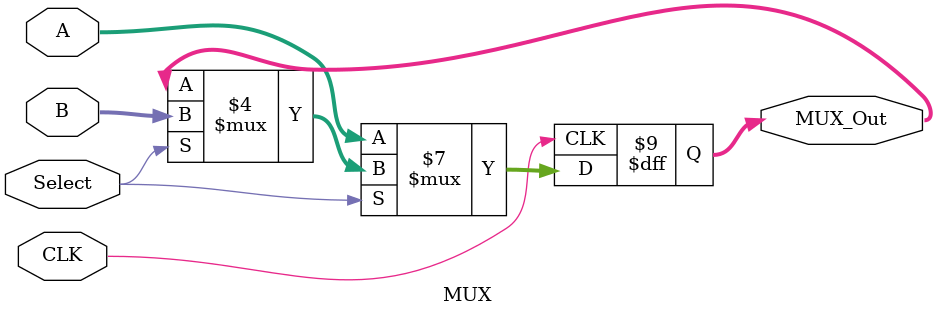
<source format=v>
`timescale 1ns / 1ps

/*/////////////////////
Multiplexer
//////////////////////*/

module MUX #(parameter term_size = 9) (

 input CLK,
 input [term_size-1:0] A, //first term
 input [term_size-1:0] B, //second term
 input Select,                 
 output reg [term_size-1:0] MUX_Out
);

always @(posedge CLK)
begin
      if (Select == 0) MUX_Out <= A;  //select input 0
      else if ( Select == 1) MUX_Out <= B;
  end
endmodule

</source>
